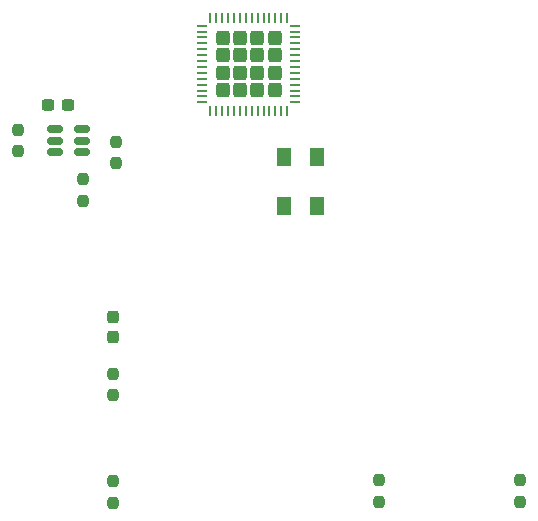
<source format=gbr>
%TF.GenerationSoftware,KiCad,Pcbnew,7.0.1-3b83917a11~172~ubuntu22.04.1*%
%TF.CreationDate,2023-03-26T14:08:46+09:00*%
%TF.ProjectId,Akashi-13,416b6173-6869-42d3-9133-2e6b69636164,rev?*%
%TF.SameCoordinates,Original*%
%TF.FileFunction,Paste,Top*%
%TF.FilePolarity,Positive*%
%FSLAX46Y46*%
G04 Gerber Fmt 4.6, Leading zero omitted, Abs format (unit mm)*
G04 Created by KiCad (PCBNEW 7.0.1-3b83917a11~172~ubuntu22.04.1) date 2023-03-26 14:08:46*
%MOMM*%
%LPD*%
G01*
G04 APERTURE LIST*
G04 Aperture macros list*
%AMRoundRect*
0 Rectangle with rounded corners*
0 $1 Rounding radius*
0 $2 $3 $4 $5 $6 $7 $8 $9 X,Y pos of 4 corners*
0 Add a 4 corners polygon primitive as box body*
4,1,4,$2,$3,$4,$5,$6,$7,$8,$9,$2,$3,0*
0 Add four circle primitives for the rounded corners*
1,1,$1+$1,$2,$3*
1,1,$1+$1,$4,$5*
1,1,$1+$1,$6,$7*
1,1,$1+$1,$8,$9*
0 Add four rect primitives between the rounded corners*
20,1,$1+$1,$2,$3,$4,$5,0*
20,1,$1+$1,$4,$5,$6,$7,0*
20,1,$1+$1,$6,$7,$8,$9,0*
20,1,$1+$1,$8,$9,$2,$3,0*%
G04 Aperture macros list end*
%ADD10RoundRect,0.237500X-0.237500X0.250000X-0.237500X-0.250000X0.237500X-0.250000X0.237500X0.250000X0*%
%ADD11RoundRect,0.250000X0.345000X0.345000X-0.345000X0.345000X-0.345000X-0.345000X0.345000X-0.345000X0*%
%ADD12RoundRect,0.062500X0.375000X0.062500X-0.375000X0.062500X-0.375000X-0.062500X0.375000X-0.062500X0*%
%ADD13RoundRect,0.062500X0.062500X0.375000X-0.062500X0.375000X-0.062500X-0.375000X0.062500X-0.375000X0*%
%ADD14RoundRect,0.150000X-0.512500X-0.150000X0.512500X-0.150000X0.512500X0.150000X-0.512500X0.150000X0*%
%ADD15R,1.200000X1.500000*%
%ADD16RoundRect,0.237500X0.300000X0.237500X-0.300000X0.237500X-0.300000X-0.237500X0.300000X-0.237500X0*%
%ADD17RoundRect,0.237500X0.237500X-0.300000X0.237500X0.300000X-0.237500X0.300000X-0.237500X-0.300000X0*%
%ADD18RoundRect,0.237500X0.237500X-0.250000X0.237500X0.250000X-0.237500X0.250000X-0.237500X-0.250000X0*%
G04 APERTURE END LIST*
D10*
%TO.C,R1*%
X143000000Y-145500000D03*
X143000000Y-147325000D03*
%TD*%
%TO.C,R10*%
X120750000Y-116837500D03*
X120750000Y-118662500D03*
%TD*%
D11*
%TO.C,U1*%
X134220000Y-112480000D03*
X134220000Y-111000000D03*
X134220000Y-109520000D03*
X134220000Y-108040000D03*
X132740000Y-112480000D03*
X132740000Y-111000000D03*
X132740000Y-109520000D03*
X132740000Y-108040000D03*
X131260000Y-112480000D03*
X131260000Y-111000000D03*
X131260000Y-109520000D03*
X131260000Y-108040000D03*
X129780000Y-112480000D03*
X129780000Y-111000000D03*
X129780000Y-109520000D03*
X129780000Y-108040000D03*
D12*
X135937500Y-113510000D03*
X135937500Y-113010000D03*
X135937500Y-112510000D03*
X135937500Y-112010000D03*
X135937500Y-111510000D03*
X135937500Y-111010000D03*
X135937500Y-110510000D03*
X135937500Y-110010000D03*
X135937500Y-109510000D03*
X135937500Y-109010000D03*
X135937500Y-108510000D03*
X135937500Y-108010000D03*
X135937500Y-107510000D03*
X135937500Y-107010000D03*
D13*
X135250000Y-106322500D03*
X134750000Y-106322500D03*
X134250000Y-106322500D03*
X133750000Y-106322500D03*
X133250000Y-106322500D03*
X132750000Y-106322500D03*
X132250000Y-106322500D03*
X131750000Y-106322500D03*
X131250000Y-106322500D03*
X130750000Y-106322500D03*
X130250000Y-106322500D03*
X129750000Y-106322500D03*
X129250000Y-106322500D03*
X128750000Y-106322500D03*
D12*
X128062500Y-107010000D03*
X128062500Y-107510000D03*
X128062500Y-108010000D03*
X128062500Y-108510000D03*
X128062500Y-109010000D03*
X128062500Y-109510000D03*
X128062500Y-110010000D03*
X128062500Y-110510000D03*
X128062500Y-111010000D03*
X128062500Y-111510000D03*
X128062500Y-112010000D03*
X128062500Y-112510000D03*
X128062500Y-113010000D03*
X128062500Y-113510000D03*
D13*
X128750000Y-114197500D03*
X129250000Y-114197500D03*
X129750000Y-114197500D03*
X130250000Y-114197500D03*
X130750000Y-114197500D03*
X131250000Y-114197500D03*
X131750000Y-114197500D03*
X132250000Y-114197500D03*
X132750000Y-114197500D03*
X133250000Y-114197500D03*
X133750000Y-114197500D03*
X134250000Y-114197500D03*
X134750000Y-114197500D03*
X135250000Y-114197500D03*
%TD*%
D10*
%TO.C,R8*%
X112500000Y-115837500D03*
X112500000Y-117662500D03*
%TD*%
D14*
%TO.C,U2*%
X115612500Y-115800000D03*
X115612500Y-116750000D03*
X115612500Y-117700000D03*
X117887500Y-117700000D03*
X117887500Y-116750000D03*
X117887500Y-115800000D03*
%TD*%
D15*
%TO.C,X1*%
X137800000Y-122250000D03*
X137800000Y-118150000D03*
X135000000Y-118150000D03*
X135000000Y-122250000D03*
%TD*%
D10*
%TO.C,R2*%
X120500000Y-145587500D03*
X120500000Y-147412500D03*
%TD*%
D16*
%TO.C,C5*%
X116725000Y-113750000D03*
X115000000Y-113750000D03*
%TD*%
D10*
%TO.C,R12*%
X154940000Y-145495000D03*
X154940000Y-147320000D03*
%TD*%
D17*
%TO.C,C19*%
X120500000Y-133362500D03*
X120500000Y-131637500D03*
%TD*%
D18*
%TO.C,R3*%
X120500000Y-138325000D03*
X120500000Y-136500000D03*
%TD*%
%TO.C,R9*%
X118000000Y-121825000D03*
X118000000Y-120000000D03*
%TD*%
M02*

</source>
